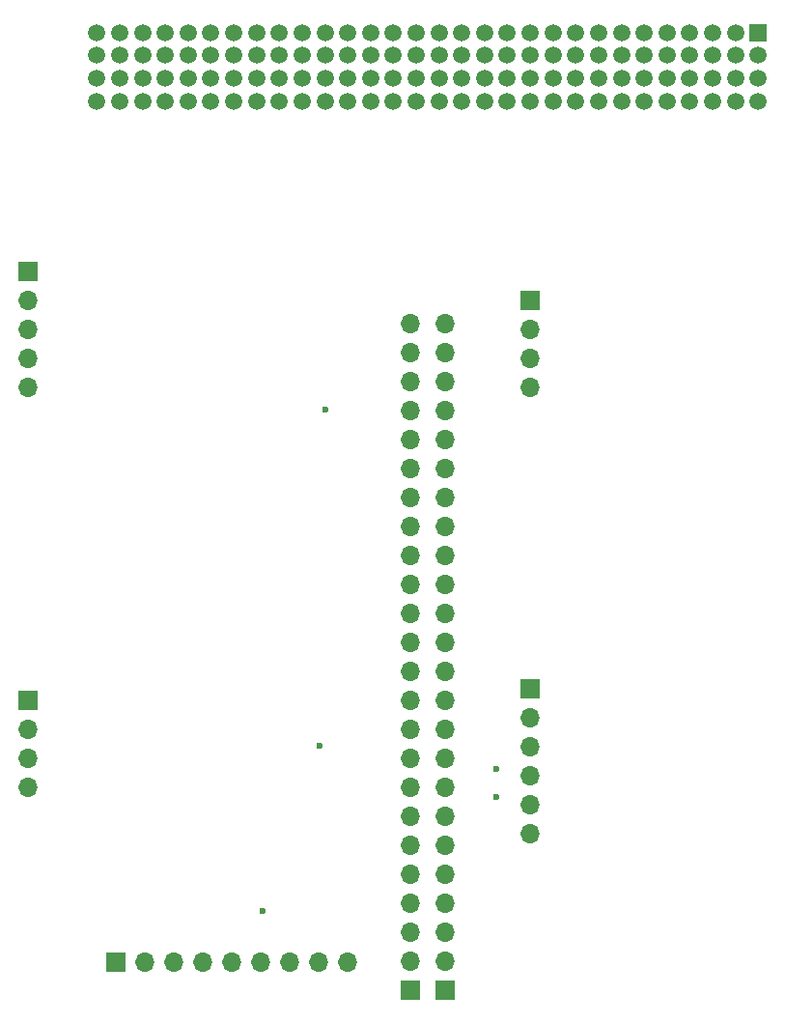
<source format=gbr>
%TF.GenerationSoftware,KiCad,Pcbnew,8.0.0*%
%TF.CreationDate,2025-01-16T04:07:06+02:00*%
%TF.ProjectId,diplomna_2024_sensors_pcb_layout,6469706c-6f6d-46e6-915f-323032345f73,rev?*%
%TF.SameCoordinates,Original*%
%TF.FileFunction,Copper,L4,Bot*%
%TF.FilePolarity,Positive*%
%FSLAX46Y46*%
G04 Gerber Fmt 4.6, Leading zero omitted, Abs format (unit mm)*
G04 Created by KiCad (PCBNEW 8.0.0) date 2025-01-16 04:07:06*
%MOMM*%
%LPD*%
G01*
G04 APERTURE LIST*
%TA.AperFunction,ComponentPad*%
%ADD10R,1.700000X1.700000*%
%TD*%
%TA.AperFunction,ComponentPad*%
%ADD11O,1.700000X1.700000*%
%TD*%
%TA.AperFunction,ComponentPad*%
%ADD12R,1.500000X1.500000*%
%TD*%
%TA.AperFunction,ComponentPad*%
%ADD13C,1.500000*%
%TD*%
%TA.AperFunction,ViaPad*%
%ADD14C,0.600000*%
%TD*%
G04 APERTURE END LIST*
D10*
%TO.P,REF\u002A\u002A,1*%
%TO.N,VIN*%
X176680000Y-136000000D03*
D11*
%TO.P,REF\u002A\u002A,2*%
%TO.N,GND*%
X179220000Y-136000000D03*
%TO.P,REF\u002A\u002A,3*%
%TO.N,EN*%
X181760000Y-136000000D03*
%TO.P,REF\u002A\u002A,4*%
%TO.N,N/C*%
X184300000Y-136000000D03*
%TO.P,REF\u002A\u002A,5*%
%TO.N,sck*%
X186840000Y-136000000D03*
%TO.P,REF\u002A\u002A,6*%
%TO.N,miso*%
X189380000Y-136000000D03*
%TO.P,REF\u002A\u002A,7*%
%TO.N,mosi*%
X191920000Y-136000000D03*
%TO.P,REF\u002A\u002A,8*%
%TO.N,cs*%
X194460000Y-136000000D03*
%TO.P,REF\u002A\u002A,9*%
%TO.N,RST*%
X197000000Y-136000000D03*
%TD*%
%TO.P,REF\u002A\u002A,4*%
%TO.N,VIN*%
X213000000Y-85580000D03*
%TO.P,REF\u002A\u002A,3*%
%TO.N,RX*%
X213000000Y-83040000D03*
%TO.P,REF\u002A\u002A,2*%
%TO.N,TX*%
X213000000Y-80500000D03*
D10*
%TO.P,REF\u002A\u002A,1*%
%TO.N,GND*%
X213000000Y-77960000D03*
%TD*%
%TO.P,REF\u002A\u002A,1*%
%TO.N,GND*%
X213000000Y-112000000D03*
D11*
%TO.P,REF\u002A\u002A,2*%
%TO.N,VIN*%
X213000000Y-114540000D03*
%TO.P,REF\u002A\u002A,3*%
%TO.N,miso*%
X213000000Y-117080000D03*
%TO.P,REF\u002A\u002A,4*%
%TO.N,mosi*%
X213000000Y-119620000D03*
%TO.P,REF\u002A\u002A,5*%
%TO.N,sck*%
X213000000Y-122160000D03*
%TO.P,REF\u002A\u002A,6*%
%TO.N,cs*%
X213000000Y-124700000D03*
%TD*%
D10*
%TO.P,REF\u002A\u002A,1*%
%TO.N,VIN*%
X169000000Y-113000000D03*
D11*
%TO.P,REF\u002A\u002A,2*%
%TO.N,GND*%
X169000000Y-115540000D03*
%TO.P,REF\u002A\u002A,3*%
%TO.N,SCL*%
X169000000Y-118080000D03*
%TO.P,REF\u002A\u002A,4*%
%TO.N,SDA*%
X169000000Y-120620000D03*
%TD*%
D10*
%TO.P,REF\u002A\u002A,1*%
%TO.N,VIN*%
X169000000Y-75460000D03*
D11*
%TO.P,REF\u002A\u002A,2*%
%TO.N,N/C*%
X169000000Y-78000000D03*
%TO.P,REF\u002A\u002A,3*%
%TO.N,GND*%
X169000000Y-80540000D03*
%TO.P,REF\u002A\u002A,4*%
%TO.N,SCL*%
X169000000Y-83080000D03*
%TO.P,REF\u002A\u002A,5*%
%TO.N,SDA*%
X169000000Y-85620000D03*
%TD*%
D10*
%TO.P,REF\u002A\u002A,1*%
%TO.N,N/C*%
X202500000Y-138400000D03*
D11*
%TO.P,REF\u002A\u002A,2*%
X202500000Y-135860000D03*
%TO.P,REF\u002A\u002A,3*%
X202500000Y-133320000D03*
%TO.P,REF\u002A\u002A,4*%
X202500000Y-130780000D03*
%TO.P,REF\u002A\u002A,5*%
X202500000Y-128240000D03*
%TO.P,REF\u002A\u002A,6*%
X202500000Y-125700000D03*
%TO.P,REF\u002A\u002A,7*%
X202500000Y-123160000D03*
%TO.P,REF\u002A\u002A,8*%
X202500000Y-120620000D03*
%TO.P,REF\u002A\u002A,9*%
X202500000Y-118080000D03*
%TO.P,REF\u002A\u002A,10*%
X202500000Y-115540000D03*
%TO.P,REF\u002A\u002A,11*%
X202500000Y-113000000D03*
%TO.P,REF\u002A\u002A,12*%
%TO.N,cs*%
X202500000Y-110460000D03*
%TO.P,REF\u002A\u002A,13*%
X202500000Y-107920000D03*
%TO.P,REF\u002A\u002A,14*%
%TO.N,N/C*%
X202500000Y-105380000D03*
%TO.P,REF\u002A\u002A,15*%
X202500000Y-102840000D03*
%TO.P,REF\u002A\u002A,16*%
X202500000Y-100300000D03*
%TO.P,REF\u002A\u002A,17*%
X202500000Y-97760000D03*
%TO.P,REF\u002A\u002A,18*%
%TO.N,miso*%
X202500000Y-95220000D03*
%TO.P,REF\u002A\u002A,19*%
%TO.N,mosi*%
X202500000Y-92680000D03*
%TO.P,REF\u002A\u002A,20*%
%TO.N,sck*%
X202500000Y-90140000D03*
%TO.P,REF\u002A\u002A,21*%
%TO.N,N/C*%
X202500000Y-87600000D03*
%TO.P,REF\u002A\u002A,22*%
%TO.N,SDA*%
X202500000Y-85060000D03*
%TO.P,REF\u002A\u002A,23*%
%TO.N,SCL*%
X202500000Y-82520000D03*
%TO.P,REF\u002A\u002A,24*%
%TO.N,N/C*%
X202500000Y-79980000D03*
%TD*%
D10*
%TO.P,REF\u002A\u002A,1*%
%TO.N,N/C*%
X205500000Y-138400000D03*
D11*
%TO.P,REF\u002A\u002A,2*%
X205500000Y-135860000D03*
%TO.P,REF\u002A\u002A,3*%
X205500000Y-133320000D03*
%TO.P,REF\u002A\u002A,4*%
X205500000Y-130780000D03*
%TO.P,REF\u002A\u002A,5*%
X205500000Y-128240000D03*
%TO.P,REF\u002A\u002A,6*%
X205500000Y-125700000D03*
%TO.P,REF\u002A\u002A,7*%
X205500000Y-123160000D03*
%TO.P,REF\u002A\u002A,8*%
X205500000Y-120620000D03*
%TO.P,REF\u002A\u002A,9*%
X205500000Y-118080000D03*
%TO.P,REF\u002A\u002A,10*%
X205500000Y-115540000D03*
%TO.P,REF\u002A\u002A,11*%
X205500000Y-113000000D03*
%TO.P,REF\u002A\u002A,12*%
%TO.N,cs*%
X205500000Y-110460000D03*
%TO.P,REF\u002A\u002A,13*%
X205500000Y-107920000D03*
%TO.P,REF\u002A\u002A,14*%
%TO.N,N/C*%
X205500000Y-105380000D03*
%TO.P,REF\u002A\u002A,15*%
X205500000Y-102840000D03*
%TO.P,REF\u002A\u002A,16*%
X205500000Y-100300000D03*
%TO.P,REF\u002A\u002A,17*%
X205500000Y-97760000D03*
%TO.P,REF\u002A\u002A,18*%
%TO.N,miso*%
X205500000Y-95220000D03*
%TO.P,REF\u002A\u002A,19*%
%TO.N,mosi*%
X205500000Y-92680000D03*
%TO.P,REF\u002A\u002A,20*%
%TO.N,sck*%
X205500000Y-90140000D03*
%TO.P,REF\u002A\u002A,21*%
%TO.N,N/C*%
X205500000Y-87600000D03*
%TO.P,REF\u002A\u002A,22*%
%TO.N,SDA*%
X205500000Y-85060000D03*
%TO.P,REF\u002A\u002A,23*%
%TO.N,SCL*%
X205500000Y-82520000D03*
%TO.P,REF\u002A\u002A,24*%
%TO.N,N/C*%
X205500000Y-79980000D03*
%TD*%
D12*
%TO.P,J\u002A\u002A,1*%
%TO.N,N/C*%
X233000000Y-54500000D03*
D13*
%TO.P,J\u002A\u002A,2*%
X231000000Y-54500000D03*
%TO.P,J\u002A\u002A,3*%
X229000000Y-54500000D03*
%TO.P,J\u002A\u002A,4*%
X227000000Y-54500000D03*
%TO.P,J\u002A\u002A,5*%
X225000000Y-54500000D03*
%TO.P,J\u002A\u002A,6*%
X223000000Y-54500000D03*
%TO.P,J\u002A\u002A,7*%
X221000000Y-54500000D03*
%TO.P,J\u002A\u002A,8*%
X219000000Y-54500000D03*
%TO.P,J\u002A\u002A,9*%
X217000000Y-54500000D03*
%TO.P,J\u002A\u002A,10*%
X215000000Y-54500000D03*
%TO.P,J\u002A\u002A,11*%
X213000000Y-54500000D03*
%TO.P,J\u002A\u002A,12*%
X211000000Y-54500000D03*
%TO.P,J\u002A\u002A,13*%
X209000000Y-54500000D03*
%TO.P,J\u002A\u002A,14*%
X207000000Y-54500000D03*
%TO.P,J\u002A\u002A,15*%
X205000000Y-54500000D03*
%TO.P,J\u002A\u002A,16*%
X203000000Y-54500000D03*
%TO.P,J\u002A\u002A,17*%
X201000000Y-54500000D03*
%TO.P,J\u002A\u002A,18*%
X199000000Y-54500000D03*
%TO.P,J\u002A\u002A,19*%
X197000000Y-54500000D03*
%TO.P,J\u002A\u002A,20*%
X195000000Y-54500000D03*
%TO.P,J\u002A\u002A,21*%
X193000000Y-54500000D03*
%TO.P,J\u002A\u002A,22*%
X191000000Y-54500000D03*
%TO.P,J\u002A\u002A,23*%
X189000000Y-54500000D03*
%TO.P,J\u002A\u002A,24*%
X187000000Y-54500000D03*
%TO.P,J\u002A\u002A,25*%
X185000000Y-54500000D03*
%TO.P,J\u002A\u002A,26*%
X183000000Y-54500000D03*
%TO.P,J\u002A\u002A,27*%
X181000000Y-54500000D03*
%TO.P,J\u002A\u002A,28*%
X179000000Y-54500000D03*
%TO.P,J\u002A\u002A,29*%
X177000000Y-54500000D03*
%TO.P,J\u002A\u002A,30*%
X175000000Y-54500000D03*
%TO.P,J\u002A\u002A,31*%
X233000000Y-56500000D03*
%TO.P,J\u002A\u002A,32*%
X231000000Y-56500000D03*
%TO.P,J\u002A\u002A,33*%
X229000000Y-56500000D03*
%TO.P,J\u002A\u002A,34*%
X227000000Y-56500000D03*
%TO.P,J\u002A\u002A,35*%
X225000000Y-56500000D03*
%TO.P,J\u002A\u002A,36*%
X223000000Y-56500000D03*
%TO.P,J\u002A\u002A,37*%
X221000000Y-56500000D03*
%TO.P,J\u002A\u002A,38*%
X219000000Y-56500000D03*
%TO.P,J\u002A\u002A,39*%
X217000000Y-56500000D03*
%TO.P,J\u002A\u002A,40*%
X215000000Y-56500000D03*
%TO.P,J\u002A\u002A,41*%
X213000000Y-56500000D03*
%TO.P,J\u002A\u002A,42*%
X211000000Y-56500000D03*
%TO.P,J\u002A\u002A,43*%
X209000000Y-56500000D03*
%TO.P,J\u002A\u002A,44*%
X207000000Y-56500000D03*
%TO.P,J\u002A\u002A,45*%
X205000000Y-56500000D03*
%TO.P,J\u002A\u002A,46*%
X203000000Y-56500000D03*
%TO.P,J\u002A\u002A,47*%
X201000000Y-56500000D03*
%TO.P,J\u002A\u002A,48*%
X199000000Y-56500000D03*
%TO.P,J\u002A\u002A,49*%
X197000000Y-56500000D03*
%TO.P,J\u002A\u002A,50*%
X195000000Y-56500000D03*
%TO.P,J\u002A\u002A,51*%
X193000000Y-56500000D03*
%TO.P,J\u002A\u002A,52*%
X191000000Y-56500000D03*
%TO.P,J\u002A\u002A,53*%
X189000000Y-56500000D03*
%TO.P,J\u002A\u002A,54*%
X187000000Y-56500000D03*
%TO.P,J\u002A\u002A,55*%
X185000000Y-56500000D03*
%TO.P,J\u002A\u002A,56*%
X183000000Y-56500000D03*
%TO.P,J\u002A\u002A,57*%
X181000000Y-56500000D03*
%TO.P,J\u002A\u002A,58*%
X179000000Y-56500000D03*
%TO.P,J\u002A\u002A,59*%
X177000000Y-56500000D03*
%TO.P,J\u002A\u002A,60*%
X175000000Y-56500000D03*
%TO.P,J\u002A\u002A,61*%
X233000000Y-58500000D03*
%TO.P,J\u002A\u002A,62*%
X231000000Y-58500000D03*
%TO.P,J\u002A\u002A,63*%
X229000000Y-58500000D03*
%TO.P,J\u002A\u002A,64*%
X227000000Y-58500000D03*
%TO.P,J\u002A\u002A,65*%
X225000000Y-58500000D03*
%TO.P,J\u002A\u002A,66*%
X223000000Y-58500000D03*
%TO.P,J\u002A\u002A,67*%
X221000000Y-58500000D03*
%TO.P,J\u002A\u002A,68*%
X219000000Y-58500000D03*
%TO.P,J\u002A\u002A,69*%
X217000000Y-58500000D03*
%TO.P,J\u002A\u002A,70*%
X215000000Y-58500000D03*
%TO.P,J\u002A\u002A,71*%
X213000000Y-58500000D03*
%TO.P,J\u002A\u002A,72*%
X211000000Y-58500000D03*
%TO.P,J\u002A\u002A,73*%
X209000000Y-58500000D03*
%TO.P,J\u002A\u002A,74*%
X207000000Y-58500000D03*
%TO.P,J\u002A\u002A,75*%
X205000000Y-58500000D03*
%TO.P,J\u002A\u002A,76*%
X203000000Y-58500000D03*
%TO.P,J\u002A\u002A,77*%
X201000000Y-58500000D03*
%TO.P,J\u002A\u002A,78*%
X199000000Y-58500000D03*
%TO.P,J\u002A\u002A,79*%
X197000000Y-58500000D03*
%TO.P,J\u002A\u002A,80*%
X195000000Y-58500000D03*
%TO.P,J\u002A\u002A,81*%
X193000000Y-58500000D03*
%TO.P,J\u002A\u002A,82*%
X191000000Y-58500000D03*
%TO.P,J\u002A\u002A,83*%
X189000000Y-58500000D03*
%TO.P,J\u002A\u002A,84*%
X187000000Y-58500000D03*
%TO.P,J\u002A\u002A,85*%
X185000000Y-58500000D03*
%TO.P,J\u002A\u002A,86*%
X183000000Y-58500000D03*
%TO.P,J\u002A\u002A,87*%
X181000000Y-58500000D03*
%TO.P,J\u002A\u002A,88*%
X179000000Y-58500000D03*
%TO.P,J\u002A\u002A,89*%
X177000000Y-58500000D03*
%TO.P,J\u002A\u002A,90*%
%TO.N,VIN*%
X175000000Y-58500000D03*
%TO.P,J\u002A\u002A,91*%
%TO.N,N/C*%
X233000000Y-60500000D03*
%TO.P,J\u002A\u002A,92*%
X231000000Y-60500000D03*
%TO.P,J\u002A\u002A,93*%
X229000000Y-60500000D03*
%TO.P,J\u002A\u002A,94*%
X227000000Y-60500000D03*
%TO.P,J\u002A\u002A,95*%
X225000000Y-60500000D03*
%TO.P,J\u002A\u002A,96*%
X223000000Y-60500000D03*
%TO.P,J\u002A\u002A,97*%
X221000000Y-60500000D03*
%TO.P,J\u002A\u002A,98*%
X219000000Y-60500000D03*
%TO.P,J\u002A\u002A,99*%
X217000000Y-60500000D03*
%TO.P,J\u002A\u002A,100*%
X215000000Y-60500000D03*
%TO.P,J\u002A\u002A,101*%
X213000000Y-60500000D03*
%TO.P,J\u002A\u002A,102*%
X211000000Y-60500000D03*
%TO.P,J\u002A\u002A,103*%
X209000000Y-60500000D03*
%TO.P,J\u002A\u002A,104*%
X207000000Y-60500000D03*
%TO.P,J\u002A\u002A,105*%
X205000000Y-60500000D03*
%TO.P,J\u002A\u002A,106*%
X203000000Y-60500000D03*
%TO.P,J\u002A\u002A,107*%
X201000000Y-60500000D03*
%TO.P,J\u002A\u002A,108*%
X199000000Y-60500000D03*
%TO.P,J\u002A\u002A,109*%
%TO.N,RST*%
X197000000Y-60500000D03*
%TO.P,J\u002A\u002A,110*%
%TO.N,cs*%
X195000000Y-60500000D03*
%TO.P,J\u002A\u002A,111*%
%TO.N,N/C*%
X193000000Y-60500000D03*
%TO.P,J\u002A\u002A,112*%
X191000000Y-60500000D03*
%TO.P,J\u002A\u002A,113*%
X189000000Y-60500000D03*
%TO.P,J\u002A\u002A,114*%
%TO.N,TX*%
X187000000Y-60500000D03*
%TO.P,J\u002A\u002A,115*%
%TO.N,RX*%
X185000000Y-60500000D03*
%TO.P,J\u002A\u002A,116*%
%TO.N,N/C*%
X183000000Y-60500000D03*
%TO.P,J\u002A\u002A,117*%
X181000000Y-60500000D03*
%TO.P,J\u002A\u002A,118*%
X179000000Y-60500000D03*
%TO.P,J\u002A\u002A,119*%
X177000000Y-60500000D03*
%TO.P,J\u002A\u002A,120*%
%TO.N,VIN*%
X175000000Y-60500000D03*
%TD*%
D14*
%TO.N,cs*%
X194500000Y-117000000D03*
%TO.N,miso*%
X189500000Y-131500000D03*
%TO.N,mosi*%
X210000000Y-119000000D03*
%TO.N,sck*%
X210000000Y-121500000D03*
%TO.N,SCL*%
X195000000Y-87500000D03*
%TD*%
M02*

</source>
